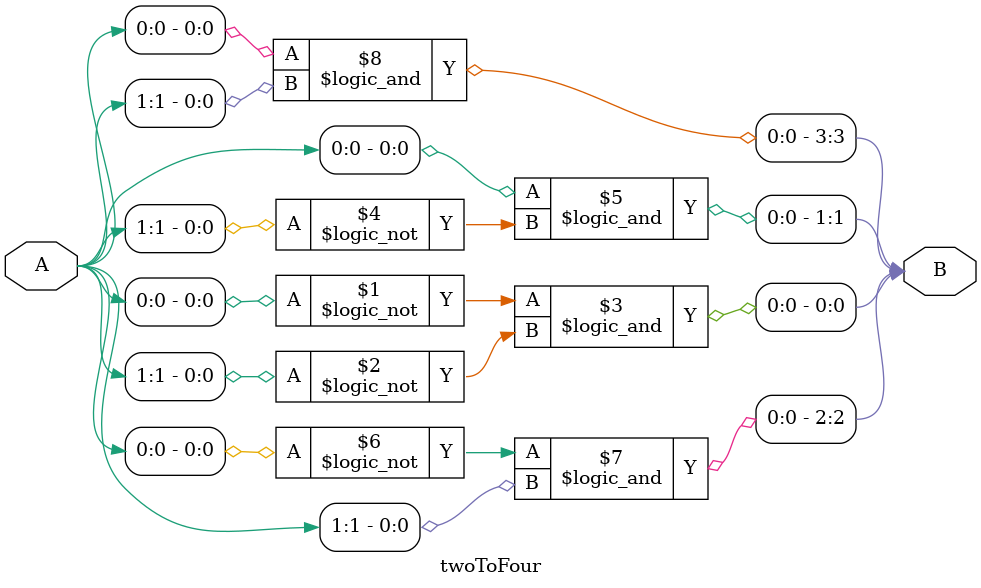
<source format=v>
module twoToFour(
	input[1:0] A,
	output[3:0] B
);

	assign B[0] = (!A[0]) && (!A[1]);
	assign B[1] = (A[0]) && (!A[1]);
	assign B[2] = (!A[0]) && (A[1]);
	assign B[3] = (A[0]) && (A[1]);
endmodule 
</source>
